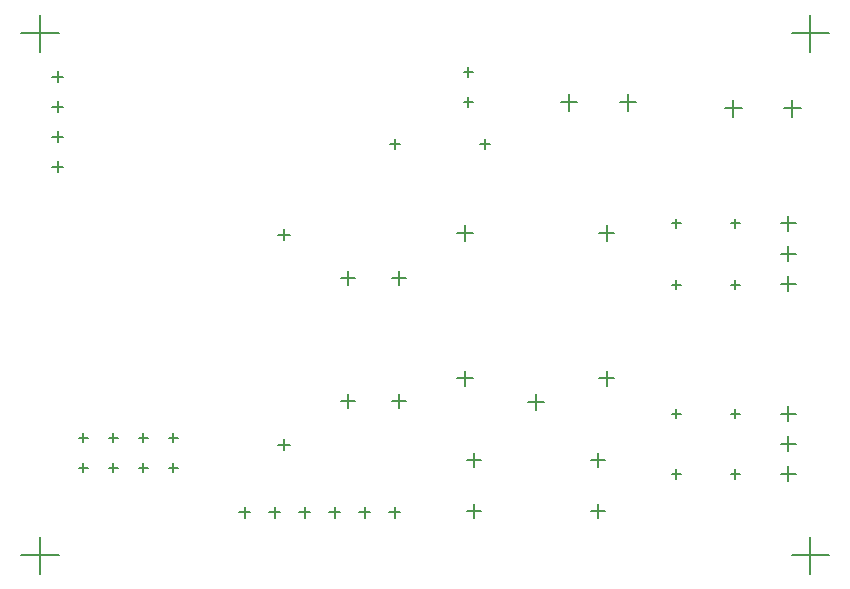
<source format=gbr>
%TF.GenerationSoftware,Altium Limited,Altium Designer,21.0.9 (235)*%
G04 Layer_Color=128*
%FSLAX45Y45*%
%MOMM*%
%TF.SameCoordinates,CD0AAE9F-0E9C-42BF-811C-419C72380B22*%
%TF.FilePolarity,Positive*%
%TF.FileFunction,Drillmap*%
%TF.Part,Single*%
G01*
G75*
%TA.AperFunction,NonConductor*%
%ADD50C,0.12700*%
D50*
X336000Y4292603D02*
X426000D01*
X381000Y4247603D02*
Y4337602D01*
X336000Y4038603D02*
X426000D01*
X381000Y3993603D02*
Y4083602D01*
X336000Y3784603D02*
X426000D01*
X381000Y3739603D02*
Y3829602D01*
X336000Y3530603D02*
X426000D01*
X381000Y3485603D02*
Y3575602D01*
X1321295Y981532D02*
X1401295D01*
X1361295Y941532D02*
Y1021532D01*
X1067295Y981532D02*
X1147295D01*
X1107295Y941532D02*
Y1021532D01*
X813295Y981532D02*
X893295D01*
X853295Y941532D02*
Y1021532D01*
X559295Y981532D02*
X639295D01*
X599295Y941532D02*
Y1021532D01*
X559295Y1235532D02*
X639295D01*
X599295Y1195532D02*
Y1275532D01*
X813295Y1235532D02*
X893295D01*
X853295Y1195532D02*
Y1275532D01*
X1067295Y1235532D02*
X1147295D01*
X1107295Y1195532D02*
Y1275532D01*
X1321295Y1235532D02*
X1401295D01*
X1361295Y1195532D02*
Y1275532D01*
X6533474Y4023253D02*
X6673474D01*
X6603474Y3953253D02*
Y4093253D01*
X6033475Y4023253D02*
X6173475D01*
X6103475Y3953253D02*
Y4093253D01*
X71864Y4658253D02*
X389364D01*
X230614Y4499503D02*
Y4817003D01*
X71864Y238025D02*
X389364D01*
X230614Y79275D02*
Y396775D01*
X6597124Y238025D02*
X6914624D01*
X6755874Y79275D02*
Y396775D01*
X6597124Y4658253D02*
X6914624D01*
X6755874Y4499503D02*
Y4817003D01*
X3848077Y615772D02*
X3968077D01*
X3908077Y555772D02*
Y675772D01*
X4894075Y615772D02*
X5014074D01*
X4954074Y555772D02*
Y675772D01*
X4894075Y1045032D02*
X5014074D01*
X4954074Y985032D02*
Y1105032D01*
X3848077Y1045032D02*
X3968077D01*
X3908077Y985032D02*
Y1105032D01*
X2248555Y2955534D02*
X2348555D01*
X2298555Y2905534D02*
Y3005534D01*
X2248555Y1177534D02*
X2348555D01*
X2298555Y1127534D02*
Y1227534D01*
X2782115Y1543533D02*
X2902115D01*
X2842115Y1483533D02*
Y1603532D01*
X2782115Y2589530D02*
X2902115D01*
X2842115Y2529530D02*
Y2649530D01*
X3208835Y2589530D02*
X3328835D01*
X3268835Y2529530D02*
Y2649530D01*
X3208835Y1543533D02*
X3328835D01*
X3268835Y1483533D02*
Y1603532D01*
X4366073Y1538575D02*
X4496073D01*
X4431073Y1473575D02*
Y1603574D01*
X3766075Y1738574D02*
X3896074D01*
X3831074Y1673574D02*
Y1803574D01*
X3766075Y2968574D02*
X3896074D01*
X3831074Y2903574D02*
Y3033574D01*
X4966077Y2968574D02*
X5096077D01*
X5031077Y2903574D02*
Y3033574D01*
X4966077Y1738574D02*
X5096077D01*
X5031077Y1673574D02*
Y1803574D01*
X3195886Y3724732D02*
X3280886D01*
X3238386Y3682232D02*
Y3767232D01*
X3957886Y3724732D02*
X4042886D01*
X4000386Y3682232D02*
Y3767232D01*
X3819573Y4076253D02*
X3899573D01*
X3859573Y4036253D02*
Y4116253D01*
X3819573Y4330253D02*
X3899573D01*
X3859573Y4290253D02*
Y4370253D01*
X5579793Y928736D02*
X5659793D01*
X5619793Y888736D02*
Y968736D01*
X6079797Y928731D02*
X6159797D01*
X6119797Y888731D02*
Y968731D01*
X5579793Y1438732D02*
X5659793D01*
X5619793Y1398732D02*
Y1478732D01*
X6079797Y1438732D02*
X6159797D01*
X6119797Y1398732D02*
Y1478732D01*
X5579793Y3049092D02*
X5659793D01*
X5619793Y3009092D02*
Y3089092D01*
X6079797Y3049092D02*
X6159797D01*
X6119797Y3009092D02*
Y3089092D01*
X5579793Y2530932D02*
X5659793D01*
X5619793Y2490932D02*
Y2570932D01*
X6079797Y2530932D02*
X6159797D01*
X6119797Y2490932D02*
Y2570932D01*
X6503977Y1438732D02*
X6630977D01*
X6567477Y1375232D02*
Y1502232D01*
X6503977Y1183731D02*
X6630977D01*
X6567477Y1120231D02*
Y1247231D01*
X6503977Y928731D02*
X6630977D01*
X6567477Y865231D02*
Y992231D01*
X6503977Y3049092D02*
X6630977D01*
X6567477Y2985592D02*
Y3112592D01*
X6503977Y2794091D02*
X6630977D01*
X6567477Y2730591D02*
Y2857591D01*
X6503977Y2539091D02*
X6630977D01*
X6567477Y2475591D02*
Y2602591D01*
X5141554Y4073251D02*
X5281554D01*
X5211554Y4003251D02*
Y4143251D01*
X4641555Y4073251D02*
X4781555D01*
X4711555Y4003251D02*
Y4143251D01*
X1920434Y602772D02*
X2010434D01*
X1965434Y557773D02*
Y647772D01*
X2174434Y602772D02*
X2264434D01*
X2219434Y557773D02*
Y647772D01*
X2428434Y602772D02*
X2518434D01*
X2473434Y557773D02*
Y647772D01*
X2682434Y602772D02*
X2772434D01*
X2727434Y557773D02*
Y647772D01*
X2936434Y602772D02*
X3026434D01*
X2981434Y557773D02*
Y647772D01*
X3190434Y602772D02*
X3280434D01*
X3235434Y557773D02*
Y647772D01*
%TF.MD5,c2dd72c50f0d3fc62f78fc8355e07d2b*%
M02*

</source>
